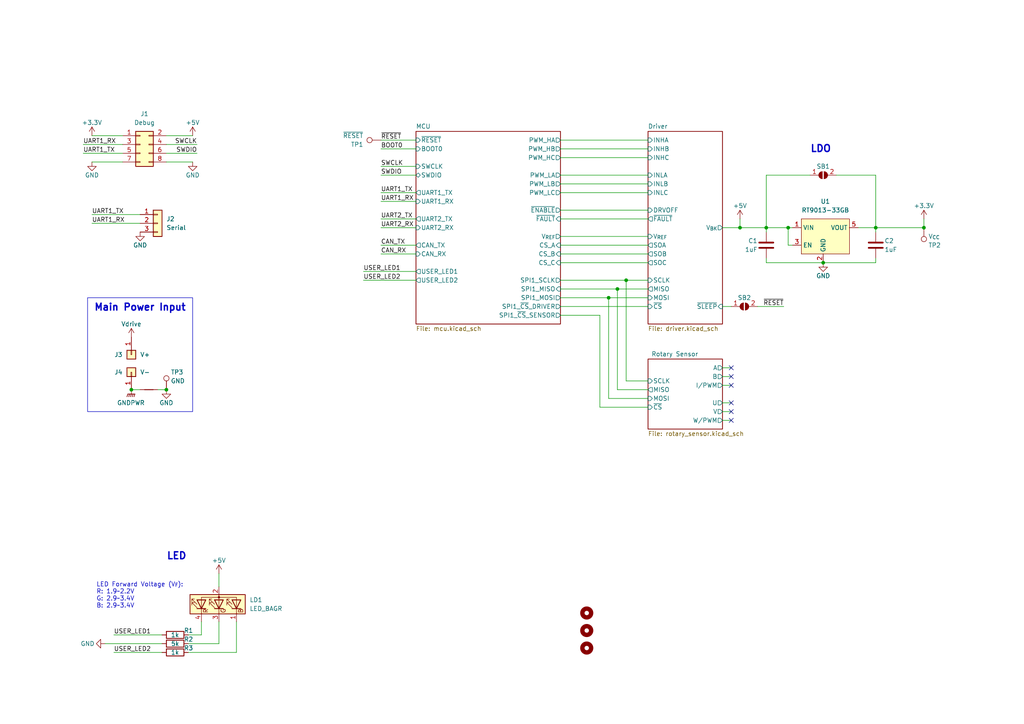
<source format=kicad_sch>
(kicad_sch (version 20230121) (generator eeschema)
  (paper "A4")
  (title_block (title "moco-OI401") (rev "1.0") (comment 1 "BLDC motor controller/driver") (comment 2 "MIT license (Open source hardware)") (comment 3 "https://github.com/ziteh/moco"))
  (lib_symbols
    (symbol "Connector:TestPoint" (pin_numbers hide) (pin_names (offset 0.762) hide)
      (property "Reference" "TP" (at 0 6.858 0))
      (property "Value" "TestPoint" (at 0 5.08 0))
      (symbol "TestPoint_0_1"
        (circle (center 0 3.302) (radius 0.762))
      )
      (symbol "TestPoint_1_1"
        (pin passive line (at 0 0 90) (length 2.54) (name "1") (number "1"))
      )
    )
    (symbol "Connector_Generic:Conn_01x01" (pin_names (offset 1.016) hide)
      (property "Reference" "J" (at 0 2.54 0))
      (property "Value" "Conn_01x01" (at 0 -2.54 0))
      (symbol "Conn_01x01_1_1"
        (rectangle (start -1.27 0.127) (end 0 -0.127) (stroke (width 0.1524)))
        (rectangle (start -1.27 1.27) (end 1.27 -1.27) (stroke (width 0.254)) (fill (type background)))
        (pin passive line (at -5.08 0 0) (length 3.81) (name "Pin_1") (number "1"))
      )
    )
    (symbol "Connector_Generic:Conn_01x03" (pin_names (offset 1.016) hide)
      (property "Reference" "J" (at 0 5.08 0))
      (property "Value" "Conn_01x03" (at 0 -5.08 0))
      (symbol "Conn_01x03_1_1"
        (rectangle (start -1.27 -2.413) (end 0 -2.667) (stroke (width 0.1524)))
        (rectangle (start -1.27 0.127) (end 0 -0.127) (stroke (width 0.1524)))
        (rectangle (start -1.27 2.667) (end 0 2.413) (stroke (width 0.1524)))
        (rectangle (start -1.27 3.81) (end 1.27 -3.81) (stroke (width 0.254)) (fill (type background)))
        (pin passive line (at -5.08 2.54 0) (length 3.81) (name "Pin_1") (number "1"))
        (pin passive line (at -5.08 0 0) (length 3.81) (name "Pin_2") (number "2"))
        (pin passive line (at -5.08 -2.54 0) (length 3.81) (name "Pin_3") (number "3"))
      )
    )
    (symbol "Connector_Generic:Conn_02x04_Odd_Even" (pin_names (offset 1.016) hide)
      (property "Reference" "J" (at 1.27 5.08 0))
      (property "Value" "Conn_02x04_Odd_Even" (at 1.27 -7.62 0))
      (symbol "Conn_02x04_Odd_Even_1_1"
        (rectangle (start -1.27 -4.953) (end 0 -5.207) (stroke (width 0.1524)))
        (rectangle (start -1.27 -2.413) (end 0 -2.667) (stroke (width 0.1524)))
        (rectangle (start -1.27 0.127) (end 0 -0.127) (stroke (width 0.1524)))
        (rectangle (start -1.27 2.667) (end 0 2.413) (stroke (width 0.1524)))
        (rectangle (start -1.27 3.81) (end 3.81 -6.35) (stroke (width 0.254)) (fill (type background)))
        (rectangle (start 3.81 -4.953) (end 2.54 -5.207) (stroke (width 0.1524)))
        (rectangle (start 3.81 -2.413) (end 2.54 -2.667) (stroke (width 0.1524)))
        (rectangle (start 3.81 0.127) (end 2.54 -0.127) (stroke (width 0.1524)))
        (rectangle (start 3.81 2.667) (end 2.54 2.413) (stroke (width 0.1524)))
        (pin passive line (at -5.08 2.54 0) (length 3.81) (name "Pin_1") (number "1"))
        (pin passive line (at 7.62 2.54 180) (length 3.81) (name "Pin_2") (number "2"))
        (pin passive line (at -5.08 0 0) (length 3.81) (name "Pin_3") (number "3"))
        (pin passive line (at 7.62 0 180) (length 3.81) (name "Pin_4") (number "4"))
        (pin passive line (at -5.08 -2.54 0) (length 3.81) (name "Pin_5") (number "5"))
        (pin passive line (at 7.62 -2.54 180) (length 3.81) (name "Pin_6") (number "6"))
        (pin passive line (at -5.08 -5.08 0) (length 3.81) (name "Pin_7") (number "7"))
        (pin passive line (at 7.62 -5.08 180) (length 3.81) (name "Pin_8") (number "8"))
      )
    )
    (symbol "Device:C" (pin_numbers hide) (pin_names (offset 0.254))
      (property "Reference" "C" (at 0.635 2.54 0))
      (property "Value" "C" (at 0.635 -2.54 0))
      (symbol "C_0_1"
        (polyline (pts (xy -2.032 -0.762) (xy 2.032 -0.762)) (stroke (width 0.508)))
        (polyline (pts (xy -2.032 0.762) (xy 2.032 0.762)) (stroke (width 0.508)))
      )
      (symbol "C_1_1"
        (pin passive line (at 0 3.81 270) (length 2.794) (name "~") (number "1"))
        (pin passive line (at 0 -3.81 90) (length 2.794) (name "~") (number "2"))
      )
    )
    (symbol "Device:LED_BAGR" (pin_names (offset 0) hide)
      (property "Reference" "D" (at 0 9.398 0))
      (property "Value" "LED_BAGR" (at 0 -8.89 0))
      (symbol "LED_BAGR_0_0"
        (text "B" (at -1.905 -6.35 0) (effects (font (size 1.27 1.27))))
        (text "G" (at -1.905 -1.27 0) (effects (font (size 1.27 1.27))))
        (text "R" (at -1.905 3.81 0) (effects (font (size 1.27 1.27))))
      )
      (symbol "LED_BAGR_0_1"
        (polyline (pts (xy -1.27 -5.08) (xy -2.54 -5.08)))
        (polyline (pts (xy -1.27 -5.08) (xy 1.27 -5.08)))
        (polyline (pts (xy -1.27 -3.81) (xy -1.27 -6.35)) (stroke (width 0.254)))
        (polyline (pts (xy -1.27 0) (xy -2.54 0)))
        (polyline (pts (xy -1.27 1.27) (xy -1.27 -1.27)) (stroke (width 0.254)))
        (polyline (pts (xy -1.27 5.08) (xy -2.54 5.08)))
        (polyline (pts (xy -1.27 5.08) (xy 1.27 5.08)))
        (polyline (pts (xy -1.27 6.35) (xy -1.27 3.81)) (stroke (width 0.254)))
        (polyline (pts (xy 1.27 0) (xy -1.27 0)))
        (polyline (pts (xy 1.27 0) (xy 2.54 0)))
        (polyline (pts (xy -1.27 1.27) (xy -1.27 -1.27) (xy -1.27 -1.27)))
        (polyline (pts (xy -1.27 6.35) (xy -1.27 3.81) (xy -1.27 3.81)))
        (polyline (pts (xy 1.27 -5.08) (xy 2.032 -5.08) (xy 2.032 5.08) (xy 1.27 5.08)))
        (polyline (pts (xy 1.27 -3.81) (xy 1.27 -6.35) (xy -1.27 -5.08) (xy 1.27 -3.81)) (stroke (width 0.254)))
        (polyline (pts (xy 1.27 1.27) (xy 1.27 -1.27) (xy -1.27 0) (xy 1.27 1.27)) (stroke (width 0.254)))
        (polyline (pts (xy 1.27 6.35) (xy 1.27 3.81) (xy -1.27 5.08) (xy 1.27 6.35)) (stroke (width 0.254)))
        (polyline (pts (xy -1.016 -3.81) (xy 0.508 -2.286) (xy -0.254 -2.286) (xy 0.508 -2.286) (xy 0.508 -3.048)))
        (polyline (pts (xy -1.016 1.27) (xy 0.508 2.794) (xy -0.254 2.794) (xy 0.508 2.794) (xy 0.508 2.032)))
        (polyline (pts (xy -1.016 6.35) (xy 0.508 7.874) (xy -0.254 7.874) (xy 0.508 7.874) (xy 0.508 7.112)))
        (polyline (pts (xy 0 -3.81) (xy 1.524 -2.286) (xy 0.762 -2.286) (xy 1.524 -2.286) (xy 1.524 -3.048)))
        (polyline (pts (xy 0 1.27) (xy 1.524 2.794) (xy 0.762 2.794) (xy 1.524 2.794) (xy 1.524 2.032)))
        (polyline (pts (xy 0 6.35) (xy 1.524 7.874) (xy 0.762 7.874) (xy 1.524 7.874) (xy 1.524 7.112)))
        (rectangle (start 1.27 -1.27) (end 1.27 1.27))
        (rectangle (start 1.27 1.27) (end 1.27 1.27))
        (rectangle (start 1.27 3.81) (end 1.27 6.35))
        (rectangle (start 1.27 6.35) (end 1.27 6.35))
        (circle (center 2.032 0) (radius 0.254) (fill (type outline)))
        (rectangle (start 2.794 8.382) (end -2.794 -7.62) (stroke (width 0.254)) (fill (type background)))
      )
      (symbol "LED_BAGR_1_1"
        (pin passive line (at -5.08 -5.08 0) (length 2.54) (name "BK") (number "1"))
        (pin passive line (at 5.08 0 180) (length 2.54) (name "A") (number "2"))
        (pin passive line (at -5.08 0 0) (length 2.54) (name "GK") (number "3"))
        (pin passive line (at -5.08 5.08 0) (length 2.54) (name "RK") (number "4"))
      )
    )
    (symbol "Device:NetTie_2" (pin_numbers hide) (pin_names (offset 0) hide) (in_bom no)
      (property "Reference" "NT" (at 0 1.27 0))
      (property "Value" "NetTie_2" (at 0 -1.27 0))
      (symbol "NetTie_2_0_1"
        (polyline (pts (xy -1.27 0) (xy 1.27 0)) (stroke (width 0.254)))
      )
      (symbol "NetTie_2_1_1"
        (pin passive line (at -2.54 0 0) (length 2.54) (name "1") (number "1"))
        (pin passive line (at 2.54 0 180) (length 2.54) (name "2") (number "2"))
      )
    )
    (symbol "Device:R" (pin_numbers hide) (pin_names (offset 0))
      (property "Reference" "R" (at 2.032 0 90))
      (property "Value" "R" (at 0 0 90))
      (symbol "R_0_1"
        (rectangle (start -1.016 -2.54) (end 1.016 2.54) (stroke (width 0.254)))
      )
      (symbol "R_1_1"
        (pin passive line (at 0 3.81 270) (length 1.27) (name "~") (number "1"))
        (pin passive line (at 0 -3.81 90) (length 1.27) (name "~") (number "2"))
      )
    )
    (symbol "Jumper:SolderJumper_2_Open" (pin_names (offset 0) hide)
      (property "Reference" "JP" (at 0 2.032 0))
      (property "Value" "SolderJumper_2_Open" (at 0 -2.54 0))
      (symbol "SolderJumper_2_Open_0_1"
        (arc (start -0.254 1.016) (mid -1.2656 0) (end -0.254 -1.016))
        (arc (start -0.254 1.016) (mid -1.2656 0) (end -0.254 -1.016) (fill (type outline)))
        (polyline (pts (xy -0.254 1.016) (xy -0.254 -1.016)))
        (polyline (pts (xy 0.254 1.016) (xy 0.254 -1.016)))
        (arc (start 0.254 -1.016) (mid 1.2656 0) (end 0.254 1.016))
        (arc (start 0.254 -1.016) (mid 1.2656 0) (end 0.254 1.016) (fill (type outline)))
      )
      (symbol "SolderJumper_2_Open_1_1"
        (pin passive line (at -3.81 0 0) (length 2.54) (name "A") (number "1"))
        (pin passive line (at 3.81 0 180) (length 2.54) (name "B") (number "2"))
      )
    )
    (symbol "Mechanical:MountingHole" (pin_names (offset 1.016))
      (property "Reference" "H" (at 0 5.08 0))
      (property "Value" "MountingHole" (at 0 3.175 0))
      (symbol "MountingHole_0_1"
        (circle (center 0 0) (radius 1.27) (stroke (width 1.27)))
      )
    )
    (symbol "power:+3.3V" (power) (pin_names (offset 0))
      (property "Value" "+3.3V" (at 0 3.556 0))
      (symbol "+3.3V_0_1"
        (polyline (pts (xy -0.762 1.27) (xy 0 2.54)))
        (polyline (pts (xy 0 0) (xy 0 2.54)))
        (polyline (pts (xy 0 2.54) (xy 0.762 1.27)))
      )
      (symbol "+3.3V_1_1"
        (pin power_in line (at 0 0 90) (length 0) hide (name "+3.3V") (number "1"))
      )
    )
    (symbol "power:+5V" (power) (pin_names (offset 0))
      (property "Value" "+5V" (at 0 3.556 0))
      (symbol "+5V_0_1"
        (polyline (pts (xy -0.762 1.27) (xy 0 2.54)))
        (polyline (pts (xy 0 0) (xy 0 2.54)))
        (polyline (pts (xy 0 2.54) (xy 0.762 1.27)))
      )
      (symbol "+5V_1_1"
        (pin power_in line (at 0 0 90) (length 0) hide (name "+5V") (number "1"))
      )
    )
    (symbol "power:GND" (power) (pin_names (offset 0))
      (property "Value" "GND" (at 0 -3.81 0))
      (symbol "GND_0_1"
        (polyline (pts (xy 0 0) (xy 0 -1.27) (xy 1.27 -1.27) (xy 0 -2.54) (xy -1.27 -1.27) (xy 0 -1.27)))
      )
      (symbol "GND_1_1"
        (pin power_in line (at 0 0 270) (length 0) hide (name "GND") (number "1"))
      )
    )
    (symbol "power:GNDPWR" (power) (pin_names (offset 0))
      (property "Value" "GNDPWR" (at 0 -3.302 0))
      (symbol "GNDPWR_0_1"
        (polyline (pts (xy 0 -1.27) (xy 0 0)))
        (polyline (pts (xy -1.016 -1.27) (xy -1.27 -2.032) (xy -1.27 -2.032)) (stroke (width 0.2032)))
        (polyline (pts (xy -0.508 -1.27) (xy -0.762 -2.032) (xy -0.762 -2.032)) (stroke (width 0.2032)))
        (polyline (pts (xy 0 -1.27) (xy -0.254 -2.032) (xy -0.254 -2.032)) (stroke (width 0.2032)))
        (polyline (pts (xy 0.508 -1.27) (xy 0.254 -2.032) (xy 0.254 -2.032)) (stroke (width 0.2032)))
        (polyline (pts (xy 1.016 -1.27) (xy -1.016 -1.27) (xy -1.016 -1.27)) (stroke (width 0.2032)))
        (polyline (pts (xy 1.016 -1.27) (xy 0.762 -2.032) (xy 0.762 -2.032) (xy 0.762 -2.032)) (stroke (width 0.2032)))
      )
      (symbol "GNDPWR_1_1"
        (pin power_in line (at 0 0 270) (length 0) hide (name "GNDPWR") (number "1"))
      )
    )
    (symbol "power:Vdrive" (power) (pin_names (offset 0))
      (property "Value" "Vdrive" (at 0 3.81 0))
      (symbol "Vdrive_0_1"
        (polyline (pts (xy -0.762 1.27) (xy 0 2.54)))
        (polyline (pts (xy 0 0) (xy 0 2.54)))
        (polyline (pts (xy 0 2.54) (xy 0.762 1.27)))
      )
      (symbol "Vdrive_1_1"
        (pin power_in line (at 0 0 90) (length 0) hide (name "Vdrive") (number "1"))
      )
    )
    (symbol "rp-micro:RT9013-33GB"
      (property "Reference" "U?" (at 0 8.89 0))
      (property "Value" "RT9013-33GB" (at 0 6.35 0))
      (symbol "RT9013-33GB_0_0"
        (pin no_connect non_logic (at 10.16 -2.54 180) (length 2.54) hide (name "NC") (number "4"))
      )
      (symbol "RT9013-33GB_0_1"
        (rectangle (start -6.35 5.08) (end 7.62 -5.08) (fill (type background)))
      )
      (symbol "RT9013-33GB_1_1"
        (pin power_in line (at -8.89 2.54 0) (length 2.54) (name "VIN") (number "1"))
        (pin power_in line (at 0 -7.62 90) (length 2.54) (name "GND") (number "2"))
        (pin input line (at -8.89 -2.54 0) (length 2.54) (name "EN") (number "3"))
        (pin power_out line (at 10.16 2.54 180) (length 2.54) (name "VOUT") (number "5"))
      )
    )
  )
  (junction (at 48.26 113.03))
  (junction (at 181.61 81.28))
  (junction (at 38.1 113.03))
  (junction (at 176.53 86.36))
  (junction (at 228.6 66.04))
  (junction (at 238.76 76.2))
  (junction (at 214.63 66.04))
  (junction (at 179.07 83.82))
  (junction (at 222.25 66.04))
  (junction (at 267.97 66.04))
  (junction (at 254 66.04))
  (no_connect (at 212.09 116.84))
  (no_connect (at 212.09 106.68))
  (no_connect (at 212.09 111.76))
  (no_connect (at 212.09 109.22))
  (no_connect (at 212.09 119.38))
  (no_connect (at 212.09 121.92))
  (wire (pts (xy 162.56 43.18) (xy 187.96 43.18)))
  (wire (pts (xy 209.55 109.22) (xy 212.09 109.22)))
  (wire (pts (xy 254 66.04) (xy 248.92 66.04)))
  (wire (pts (xy 162.56 88.9) (xy 187.96 88.9)))
  (wire (pts (xy 40.64 113.03) (xy 38.1 113.03)))
  (wire (pts (xy 24.13 44.45) (xy 35.56 44.45)))
  (wire (pts (xy 110.49 50.8) (xy 120.65 50.8)))
  (wire (pts (xy 110.49 63.5) (xy 120.65 63.5)))
  (wire (pts (xy 181.61 81.28) (xy 181.61 110.49)))
  (wire (pts (xy 254 50.8) (xy 254 66.04)))
  (wire (pts (xy 110.49 66.04) (xy 120.65 66.04)))
  (wire (pts (xy 209.55 106.68) (xy 212.09 106.68)))
  (wire (pts (xy 187.96 115.57) (xy 176.53 115.57)))
  (wire (pts (xy 176.53 115.57) (xy 176.53 86.36)))
  (wire (pts (xy 214.63 66.04) (xy 222.25 66.04)))
  (wire (pts (xy 26.67 64.77) (xy 40.64 64.77)))
  (wire (pts (xy 209.55 111.76) (xy 212.09 111.76)))
  (wire (pts (xy 209.55 121.92) (xy 212.09 121.92)))
  (wire (pts (xy 110.49 48.26) (xy 120.65 48.26)))
  (wire (pts (xy 209.55 116.84) (xy 212.09 116.84)))
  (wire (pts (xy 173.99 91.44) (xy 162.56 91.44)))
  (wire (pts (xy 228.6 66.04) (xy 229.87 66.04)))
  (wire (pts (xy 55.88 39.37) (xy 48.26 39.37)))
  (wire (pts (xy 227.33 88.9) (xy 219.71 88.9)))
  (wire (pts (xy 179.07 113.03) (xy 179.07 83.82)))
  (wire (pts (xy 162.56 53.34) (xy 187.96 53.34)))
  (wire (pts (xy 110.49 55.88) (xy 120.65 55.88)))
  (wire (pts (xy 187.96 113.03) (xy 179.07 113.03)))
  (wire (pts (xy 26.67 62.23) (xy 40.64 62.23)))
  (wire (pts (xy 24.13 41.91) (xy 35.56 41.91)))
  (wire (pts (xy 254 67.31) (xy 254 66.04)))
  (wire (pts (xy 222.25 76.2) (xy 238.76 76.2)))
  (wire (pts (xy 68.58 189.23) (xy 68.58 180.34)))
  (wire (pts (xy 214.63 63.5) (xy 214.63 66.04)))
  (wire (pts (xy 181.61 81.28) (xy 187.96 81.28)))
  (wire (pts (xy 234.95 50.8) (xy 222.25 50.8)))
  (wire (pts (xy 33.02 184.15) (xy 46.99 184.15)))
  (wire (pts (xy 187.96 110.49) (xy 181.61 110.49)))
  (wire (pts (xy 63.5 166.37) (xy 63.5 170.18)))
  (wire (pts (xy 105.41 78.74) (xy 120.65 78.74)))
  (wire (pts (xy 30.48 186.69) (xy 46.99 186.69)))
  (wire (pts (xy 222.25 50.8) (xy 222.25 66.04)))
  (wire (pts (xy 162.56 73.66) (xy 187.96 73.66)))
  (wire (pts (xy 48.26 113.03) (xy 45.72 113.03)))
  (wire (pts (xy 162.56 60.96) (xy 187.96 60.96)))
  (wire (pts (xy 176.53 86.36) (xy 187.96 86.36)))
  (wire (pts (xy 58.42 184.15) (xy 58.42 180.34)))
  (wire (pts (xy 110.49 43.18) (xy 120.65 43.18)))
  (wire (pts (xy 209.55 66.04) (xy 214.63 66.04)))
  (wire (pts (xy 209.55 88.9) (xy 212.09 88.9)))
  (wire (pts (xy 26.67 39.37) (xy 35.56 39.37)))
  (wire (pts (xy 57.15 44.45) (xy 48.26 44.45)))
  (wire (pts (xy 110.49 73.66) (xy 120.65 73.66)))
  (wire (pts (xy 162.56 40.64) (xy 187.96 40.64)))
  (wire (pts (xy 187.96 118.11) (xy 173.99 118.11)))
  (wire (pts (xy 173.99 118.11) (xy 173.99 91.44)))
  (wire (pts (xy 63.5 186.69) (xy 63.5 180.34)))
  (wire (pts (xy 267.97 63.5) (xy 267.97 66.04)))
  (wire (pts (xy 55.88 46.99) (xy 48.26 46.99)))
  (wire (pts (xy 228.6 71.12) (xy 228.6 66.04)))
  (wire (pts (xy 33.02 189.23) (xy 46.99 189.23)))
  (wire (pts (xy 222.25 76.2) (xy 222.25 74.93)))
  (wire (pts (xy 54.61 186.69) (xy 63.5 186.69)))
  (wire (pts (xy 179.07 83.82) (xy 187.96 83.82)))
  (wire (pts (xy 242.57 50.8) (xy 254 50.8)))
  (wire (pts (xy 162.56 76.2) (xy 187.96 76.2)))
  (wire (pts (xy 222.25 66.04) (xy 228.6 66.04)))
  (wire (pts (xy 162.56 83.82) (xy 179.07 83.82)))
  (wire (pts (xy 162.56 71.12) (xy 187.96 71.12)))
  (wire (pts (xy 222.25 67.31) (xy 222.25 66.04)))
  (wire (pts (xy 26.67 46.99) (xy 35.56 46.99)))
  (wire (pts (xy 162.56 55.88) (xy 187.96 55.88)))
  (wire (pts (xy 238.76 76.2) (xy 254 76.2)))
  (wire (pts (xy 229.87 71.12) (xy 228.6 71.12)))
  (wire (pts (xy 162.56 86.36) (xy 176.53 86.36)))
  (wire (pts (xy 54.61 184.15) (xy 58.42 184.15)))
  (wire (pts (xy 57.15 41.91) (xy 48.26 41.91)))
  (wire (pts (xy 54.61 189.23) (xy 68.58 189.23)))
  (wire (pts (xy 254 66.04) (xy 267.97 66.04)))
  (wire (pts (xy 110.49 40.64) (xy 120.65 40.64)))
  (wire (pts (xy 105.41 81.28) (xy 120.65 81.28)))
  (wire (pts (xy 209.55 119.38) (xy 212.09 119.38)))
  (wire (pts (xy 162.56 50.8) (xy 187.96 50.8)))
  (wire (pts (xy 162.56 68.58) (xy 187.96 68.58)))
  (wire (pts (xy 110.49 58.42) (xy 120.65 58.42)))
  (wire (pts (xy 162.56 45.72) (xy 187.96 45.72)))
  (wire (pts (xy 162.56 81.28) (xy 181.61 81.28)))
  (wire (pts (xy 254 76.2) (xy 254 74.93)))
  (wire (pts (xy 110.49 71.12) (xy 120.65 71.12)))
  (wire (pts (xy 162.56 63.5) (xy 187.96 63.5)))
  (text_box "Main Power Input" (at 25.4 86.36 0) (size 30.48 33.02) (effects (font (size 2 2) (thickness 0.4) bold) (justify top)))
  (text "LDO\n" (at 234.95 44.45 0) (effects (font (size 2 2) (thickness 0.4) bold) (justify left bottom)))
  (text "LED Forward Voltage (V_{F}):\nR: 1.9~2.2V\nG: 2.9~3.4V\nB: 2.9~3.4V" (at 27.94 176.53 0) (effects (font (size 1.27 1.27)) (justify left bottom)))
  (text "LED" (at 48.26 162.56 0) (effects (font (size 2 2) (thickness 0.4) bold) (justify left bottom)))
  (label "UART1_RX" (at 24.13 41.91 0))
  (label "CAN_TX" (at 110.49 71.12 0))
  (label "UART1_RX" (at 110.49 58.42 0))
  (label "~{RESET}" (at 227.33 88.9 180))
  (label "USER_LED1" (at 33.02 184.15 0))
  (label "SWCLK" (at 57.15 41.91 180))
  (label "UART1_TX" (at 24.13 44.45 0))
  (label "UART1_RX" (at 26.67 64.77 0))
  (label "UART2_RX" (at 110.49 66.04 0))
  (label "UART2_TX" (at 110.49 63.5 0))
  (label "UART1_TX" (at 26.67 62.23 0))
  (label "SWDIO" (at 57.15 44.45 180))
  (label "~{RESET}" (at 110.49 40.64 0))
  (label "USER_LED2" (at 33.02 189.23 0))
  (label "UART1_TX" (at 110.49 55.88 0))
  (label "USER_LED1" (at 105.41 78.74 0))
  (label "BOOT0" (at 110.49 43.18 0))
  (label "USER_LED2" (at 105.41 81.28 0))
  (label "SWDIO" (at 110.49 50.8 0))
  (label "SWCLK" (at 110.49 48.26 0))
  (label "CAN_RX" (at 110.49 73.66 0))
  (symbol (lib_id "Mechanical:MountingHole") (at 170.18 187.96 90) (unit 1) (in_bom no)
    (property "Reference" "H3" (effects hide))
    (property "Value" "MountingHole" (effects hide))
    (property "Footprint" "MountingHole:MountingHole_2.2mm_M2_ISO14580" (effects hide))
  )
  (symbol (lib_id "power:GND") (at 48.26 113.03 0) (unit 1)
    (property "Reference" "#PWR011" (effects hide))
    (property "Value" "GND" (at 48.26 116.84 0))
  )
  (symbol (lib_id "power:+5V") (at 214.63 63.5 0) (mirror y) (unit 1)
    (property "Reference" "#PWR05" (effects hide))
    (property "Value" "+5V" (at 214.63 59.69 0))
  )
  (symbol (lib_id "power:GND") (at 26.67 46.99 0) (mirror y) (unit 1)
    (property "Reference" "#PWR03" (effects hide))
    (property "Value" "GND" (at 26.67 50.8 0))
  )
  (symbol (lib_id "Device:R") (at 50.8 186.69 270) (unit 1)
    (property "Reference" "R2" (at 53.34 185.42 90) (effects (justify left)))
    (property "Value" "5k" (at 50.8 186.69 90))
    (property "Footprint" "Resistor_SMD:R_0402_1005Metric" (effects hide))
    (property "JLCPCB Part #" "C11702" (effects hide))
    (property "MFR.Part #" "0402WGF1001TCE" (effects hide))
  )
  (symbol (lib_id "power:GND") (at 238.76 76.2 0) (unit 1)
    (property "Reference" "#PWR08" (effects hide))
    (property "Value" "GND" (at 238.76 80.01 0))
  )
  (symbol (lib_id "power:GND") (at 55.88 46.99 0) (mirror y) (unit 1)
    (property "Reference" "#PWR04" (effects hide))
    (property "Value" "GND" (at 55.88 50.8 0))
  )
  (symbol (lib_id "Connector_Generic:Conn_01x03") (at 45.72 64.77 0) (unit 1)
    (property "Reference" "J2" (at 48.26 63.5 0) (effects (justify left)))
    (property "Value" "Serial" (at 48.26 66.04 0) (effects (justify left)))
    (property "Footprint" "Connector_JST:JST_GH_SM03B-GHS-TB_1x03-1MP_P1.25mm_Horizontal" (effects hide))
  )
  (symbol (lib_id "Connector:TestPoint") (at 48.26 113.03 0) (unit 1)
    (property "Reference" "TP3" (at 49.53 107.95 0) (effects (justify left)))
    (property "Value" "GND" (at 49.53 110.49 0) (effects (justify left)))
    (property "Footprint" "TestPoint:TestPoint_Pad_D1.0mm" (effects hide))
  )
  (symbol (lib_id "power:+3.3V") (at 26.67 39.37 0) (mirror y) (unit 1)
    (property "Reference" "#PWR01" (effects hide))
    (property "Value" "+3.3V" (at 26.67 35.56 0))
  )
  (symbol (lib_id "power:+5V") (at 55.88 39.37 0) (mirror y) (unit 1)
    (property "Reference" "#PWR02" (effects hide))
    (property "Value" "+5V" (at 55.88 35.56 0))
  )
  (symbol (lib_id "power:+5V") (at 63.5 166.37 0) (mirror y) (unit 1)
    (property "Reference" "#PWR012" (effects hide))
    (property "Value" "+5V" (at 63.5 162.56 0))
  )
  (symbol (lib_id "power:Vdrive") (at 38.1 97.79 0) (unit 1)
    (property "Reference" "#PWR09" (effects hide))
    (property "Value" "Vdrive" (at 38.1 93.98 0))
  )
  (symbol (lib_id "Connector:TestPoint") (at 110.49 40.64 90) (unit 1)
    (property "Reference" "TP1" (at 105.41 41.91 90) (effects (justify left)))
    (property "Value" "~{RESET}" (at 105.41 39.37 90) (effects (justify left)))
    (property "Footprint" "TestPoint:TestPoint_Pad_D1.0mm" (effects hide))
  )
  (symbol (lib_id "Device:R") (at 50.8 189.23 270) (unit 1)
    (property "Reference" "R3" (at 53.34 187.96 90) (effects (justify left)))
    (property "Value" "1k" (at 49.53 189.23 90) (effects (justify left)))
    (property "Footprint" "Resistor_SMD:R_0402_1005Metric" (effects hide))
    (property "JLCPCB Part #" "C25104" (effects hide))
    (property "MFR.Part #" "0402WGF3300TCE" (effects hide))
  )
  (symbol (lib_id "Jumper:SolderJumper_2_Open") (at 215.9 88.9 0) (unit 1)
    (property "Reference" "SB2" (at 215.9 86.36 0))
    (property "Value" "SolderJumper_2_Open" (effects hide))
    (property "Footprint" "Jumper:SolderJumper-2_P1.3mm_Open_RoundedPad1.0x1.5mm" (effects hide))
  )
  (symbol (lib_id "Device:C") (at 222.25 71.12 0) (unit 1)
    (property "Reference" "C1" (at 219.71 69.85 0) (effects (justify right)))
    (property "Value" "1uF" (at 219.71 72.39 0) (effects (justify right)))
    (property "Footprint" "Capacitor_SMD:C_0603_1608Metric" (effects hide))
  )
  (symbol (lib_id "rp-micro:RT9013-33GB") (at 238.76 68.58 0) (unit 1)
    (property "Reference" "U1" (at 239.395 58.42 0))
    (property "Value" "RT9013-33GB" (at 239.395 60.96 0))
    (property "Footprint" "Package_TO_SOT_SMD:SOT-23-5" (effects hide))
  )
  (symbol (lib_id "Device:R") (at 50.8 184.15 270) (unit 1)
    (property "Reference" "R1" (at 53.34 182.88 90) (effects (justify left)))
    (property "Value" "1k" (at 49.53 184.15 90) (effects (justify left)))
    (property "Footprint" "Resistor_SMD:R_0402_1005Metric" (effects hide))
    (property "JLCPCB Part #" "C25130" (effects hide))
    (property "MFR.Part #" "0402WGF6800TCE" (effects hide))
  )
  (symbol (lib_id "Device:LED_BAGR") (at 63.5 175.26 90) (unit 1)
    (property "Reference" "LD1" (at 72.39 173.9899 90) (effects (justify right)))
    (property "Value" "LED_BAGR" (at 72.39 176.5299 90) (effects (justify right)))
    (property "Footprint" "moco:RGB LED 1.6x1.6mm" (effects hide))
    (property "JLCPCB Part #" "C375569" (effects hide))
    (property "MFR.Part #" "E6C0606RGBC3UDA" (effects hide))
  )
  (symbol (lib_id "Connector_Generic:Conn_01x01") (at 38.1 102.87 270) (unit 1)
    (property "Reference" "J3" (at 35.56 102.87 90) (effects (justify right)))
    (property "Value" "V+" (at 40.64 102.87 90) (effects (justify left)))
    (property "Footprint" "moco:wire_3.2mm" (effects hide))
  )
  (symbol (lib_id "Connector:TestPoint") (at 267.97 66.04 0) (mirror x) (unit 1)
    (property "Reference" "TP2" (at 269.24 71.12 0) (effects (justify left)))
    (property "Value" "V_{CC}" (at 269.24 68.58 0) (effects (justify left)))
    (property "Footprint" "TestPoint:TestPoint_Pad_D1.0mm" (effects hide))
  )
  (symbol (lib_id "Mechanical:MountingHole") (at 170.18 182.88 90) (unit 1) (in_bom no)
    (property "Reference" "H2" (effects hide))
    (property "Value" "MountingHole" (effects hide))
    (property "Footprint" "MountingHole:MountingHole_2.2mm_M2_ISO14580" (effects hide))
  )
  (symbol (lib_id "power:+3.3V") (at 267.97 63.5 0) (unit 1)
    (property "Reference" "#PWR06" (effects hide))
    (property "Value" "+3.3V" (at 267.97 59.69 0))
  )
  (symbol (lib_id "Mechanical:MountingHole") (at 170.18 177.8 90) (unit 1) (in_bom no)
    (property "Reference" "H1" (effects hide))
    (property "Value" "MountingHole" (effects hide))
    (property "Footprint" "MountingHole:MountingHole_2.2mm_M2_ISO14580" (effects hide))
  )
  (symbol (lib_id "power:GNDPWR") (at 38.1 113.03 0) (unit 1)
    (property "Reference" "#PWR010" (effects hide))
    (property "Value" "GNDPWR" (at 37.973 116.84 0))
  )
  (symbol (lib_id "Device:C") (at 254 71.12 0) (mirror y) (unit 1)
    (property "Reference" "C2" (at 256.54 69.85 0) (effects (justify right)))
    (property "Value" "1uF" (at 256.54 72.39 0) (effects (justify right)))
    (property "Footprint" "Capacitor_SMD:C_0603_1608Metric" (effects hide))
  )
  (symbol (lib_id "Connector_Generic:Conn_02x04_Odd_Even") (at 40.64 41.91 0) (unit 1)
    (property "Reference" "J1" (at 41.91 33.02 0))
    (property "Value" "Debug" (at 41.91 35.56 0))
    (property "Footprint" "Connector_PinHeader_2.54mm:PinHeader_2x04_P2.54mm_Vertical" (effects hide))
  )
  (symbol (lib_id "power:GND") (at 30.48 186.69 270) (unit 1)
    (property "Reference" "#PWR013" (effects hide))
    (property "Value" "GND" (at 25.4 186.69 90))
  )
  (symbol (lib_id "Connector_Generic:Conn_01x01") (at 38.1 107.95 90) (unit 1)
    (property "Reference" "J4" (at 35.56 107.95 90) (effects (justify left)))
    (property "Value" "V-" (at 40.64 107.95 90) (effects (justify right)))
    (property "Footprint" "moco:wire_3.2mm" (effects hide))
  )
  (symbol (lib_id "Device:NetTie_2") (at 43.18 113.03 0) (unit 1) (in_bom no)
    (property "Reference" "NT1" (effects hide))
    (property "Value" "NetTie_2" (effects hide))
    (property "Footprint" "NetTie:NetTie-2_SMD_Pad0.5mm" (effects hide))
  )
  (symbol (lib_id "Jumper:SolderJumper_2_Open") (at 238.76 50.8 0) (unit 1)
    (property "Reference" "SB1" (at 238.76 48.26 0))
    (property "Value" "SolderJumper_2_Open" (effects hide))
    (property "Footprint" "Jumper:SolderJumper-2_P1.3mm_Open_RoundedPad1.0x1.5mm" (effects hide))
  )
  (symbol (lib_id "power:GND") (at 40.64 67.31 0) (unit 1)
    (property "Reference" "#PWR07" (effects hide))
    (property "Value" "GND" (at 40.64 71.12 0))
  )
  (sheet (at 187.96 104.14) (size 21.59 20.32) (stroke (width 0.1524))
    (property "Sheetname" " Rotary Sensor" (at 187.96 103.4284 0) (effects (justify left bottom)))
    (property "Sheetfile" "rotary_sensor.kicad_sch" (at 187.96 125.0446 0) (effects (justify left top)))
    (pin "A" output (at 209.55 106.68 0))
    (pin "B" output (at 209.55 109.22 0))
    (pin "I{slash}PWM" output (at 209.55 111.76 0))
    (pin "V" output (at 209.55 119.38 0))
    (pin "W{slash}PWM" output (at 209.55 121.92 0))
    (pin "U" output (at 209.55 116.84 0))
    (pin "MISO" output (at 187.96 113.03 180))
    (pin "SCLK" input (at 187.96 110.49 180))
    (pin "~{CS}" input (at 187.96 118.11 180))
    (pin "MOSI" input (at 187.96 115.57 180))
  )
  (sheet (at 120.65 38.1) (size 41.91 55.88) (stroke (width 0.1524))
    (property "Sheetname" "MCU" (at 120.65 37.3884 0) (effects (justify left bottom)))
    (property "Sheetfile" "mcu.kicad_sch" (at 120.65 94.5646 0) (effects (justify left top)))
    (pin "PWM_LB" output (at 162.56 53.34 0))
    (pin "PWM_LC" output (at 162.56 55.88 0))
    (pin "PWM_LA" output (at 162.56 50.8 0))
    (pin "SPI1_SCLK" output (at 162.56 81.28 0))
    (pin "SPI1_~{CS}_SENSOR" output (at 162.56 91.44 0))
    (pin "SPI1_MOSI" output (at 162.56 86.36 0))
    (pin "SPI1_MISO" input (at 162.56 83.82 0))
    (pin "~{ENABLE}" output (at 162.56 60.96 0))
    (pin "USER_LED1" output (at 120.65 78.74 180))
    (pin "USER_LED2" output (at 120.65 81.28 180))
    (pin "BOOT0" input (at 120.65 43.18 180))
    (pin "UART1_RX" input (at 120.65 58.42 180))
    (pin "UART1_TX" output (at 120.65 55.88 180))
    (pin "CS_A" input (at 162.56 71.12 0))
    (pin "SWCLK" input (at 120.65 48.26 180))
    (pin "SWDIO" bidirectional (at 120.65 50.8 180))
    (pin "PWM_HC" output (at 162.56 45.72 0))
    (pin "UART2_TX" output (at 120.65 63.5 180))
    (pin "UART2_RX" input (at 120.65 66.04 180))
    (pin "CS_C" input (at 162.56 76.2 0))
    (pin "PWM_HA" output (at 162.56 40.64 0))
    (pin "PWM_HB" output (at 162.56 43.18 0))
    (pin "CS_B" input (at 162.56 73.66 0))
    (pin "CAN_TX" output (at 120.65 71.12 180))
    (pin "CAN_RX" input (at 120.65 73.66 180))
    (pin "~{RESET}" input (at 120.65 40.64 180))
    (pin "V_{REF}" output (at 162.56 68.58 0))
    (pin "~{FAULT}" input (at 162.56 63.5 0))
    (pin "SPI1_~{CS}_DRIVER" output (at 162.56 88.9 0))
  )
  (sheet (at 187.96 38.1) (size 21.59 55.88) (stroke (width 0.1524))
    (property "Sheetname" "Driver" (at 187.96 37.3884 0) (effects (justify left bottom)))
    (property "Sheetfile" "driver.kicad_sch" (at 187.96 94.5646 0) (effects (justify left top)))
    (pin "SOC" output (at 187.96 76.2 180))
    (pin "SOA" output (at 187.96 71.12 180))
    (pin "SOB" output (at 187.96 73.66 180))
    (pin "MOSI" input (at 187.96 86.36 180))
    (pin "~{CS}" input (at 187.96 88.9 180))
    (pin "MISO" output (at 187.96 83.82 180))
    (pin "DRVOFF" input (at 187.96 60.96 180))
    (pin "~{FAULT}" output (at 187.96 63.5 180))
    (pin "SCLK" input (at 187.96 81.28 180))
    (pin "INHB" input (at 187.96 43.18 180))
    (pin "INHC" input (at 187.96 45.72 180))
    (pin "INLB" input (at 187.96 53.34 180))
    (pin "INLC" input (at 187.96 55.88 180))
    (pin "INLA" input (at 187.96 50.8 180))
    (pin "INHA" input (at 187.96 40.64 180))
    (pin "V_{REF}" input (at 187.96 68.58 180))
    (pin "V_{BK}" output (at 209.55 66.04 0))
    (pin "~{SLEEP}" input (at 209.55 88.9 0))
  )
)
</source>
